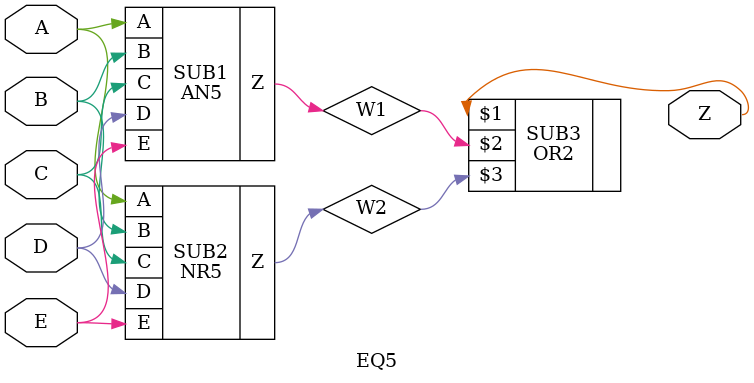
<source format=v>
`timescale 1ns/1ps

module poker(type, i0, i1, i2, i3, i4);
//DO NOT CHANGE!
	input  [5:0] i0, i1, i2, i3, i4;
	output [3:0] type;
//---------------------------------------------------

	// one pair
	wire onepout1,onepout2,onepout3,onepout4,onepout5,onepout6,onepout7,onepout8,onepout9,onepout10;
	wire isonepair;

	onepairinv onep1(onepout1,i0,i1);
	onepairinv onep2(onepout2,i0,i2);
	onepairinv onep3(onepout3,i0,i3);
	onepairinv onep4(onepout4,i0,i4);
	onepairinv onep5(onepout5,i1,i2);
	onepairinv onep6(onepout6,i1,i3);
	onepairinv onep7(onepout7,i1,i4);
	onepairinv onep8(onepout8,i2,i3);
	onepairinv onep9(onepout9,i2,i4);
	onepairinv onep10(onepout10,i3,i4);
	ND10 onepans(isonepair,onepout1,onepout2,onepout3,onepout4,onepout5,onepout6,onepout7,onepout8,onepout9,onepout10);

	// two pairs
	wire istwopairs;
	twopairs twopairsans(istwopairs,i0,i1,i2,i3,i4);

	// three of a kind
	wire threeout1,threeout2,threeout3,threeout4,threeout5,threeout6,threeout7,threeout8,threeout9,threeout10;
	wire isthree;

	threesameinv three1(threeout1,i0,i1,i2);
	threesameinv three2(threeout2,i0,i1,i3);
	threesameinv three3(threeout3,i0,i1,i4);
	threesameinv three4(threeout4,i0,i2,i3);
	threesameinv three5(threeout5,i0,i2,i4);
	threesameinv three6(threeout6,i0,i3,i4);
	threesameinv three7(threeout7,i1,i2,i3);
	threesameinv three8(threeout8,i1,i2,i4);
	threesameinv three9(threeout9,i1,i3,i4);
	threesameinv three10(threeout10,i2,i3,i4);
	ND10 threeans(isthree,threeout1,threeout2,threeout3,threeout4,threeout5,threeout6,threeout7,threeout8,threeout9,threeout10);
	
	// full house
	wire isfullhouse;
	fullhouse fullhouseans(isfullhouse,i0,i1,i2,i3,i4);

	// four of a kind
	wire fourout1,fourout2,fourout3,fourout4,fourout5;
	wire isfour;
	foursameinv four1(fourout1,i0,i1,i2,i3);
	foursameinv four2(fourout2,i0,i1,i2,i4);
	foursameinv four3(fourout3,i0,i1,i3,i4);
	foursameinv four5(fourout5,i0,i2,i3,i4);
	foursameinv four4(fourout4,i1,i2,i3,i4);
	ND5 fourans(isfour,fourout1,fourout2,fourout3,fourout4,fourout5);

	// flush
	wire isflush;
	flush flushans(isflush,i0,i1,i2,i3,i4);

	// straight
	wire isstraight;
	wire W1,W2,W3,W4,W5,W6,W7,W8,W9,W10;
	wire W11,W12,W13,W14,W15;
	wire W22,W23,W24,W25,W26;
	wire W33,W34,W35,W36,W37;
	wire W44,W45,W46,W47,W48;
	wire W55,W56,W57,W58,W59;
	wire W66,W67,W68,W69,W610;
	wire W77,W78,W79,W710,W711;
	wire W88,W89,W810,W811,W812;
	wire W99,W910,W911,W912,W913;
	wire W1010,W1011,W1012,W1013,W101;
	
	exist1 straight11(W11,i0,i1,i2,i3,i4);
	exist2 straight12(W12,i0,i1,i2,i3,i4);
	exist3 straight13(W13,i0,i1,i2,i3,i4);
	exist4 straight14(W14,i0,i1,i2,i3,i4);
	exist5 straight15(W15,i0,i1,i2,i3,i4);
	ND5 straightout1(W1,W11,W12,W13,W14,W15);

	exist2 straight22(W22,i0,i1,i2,i3,i4);
	exist3 straight23(W23,i0,i1,i2,i3,i4);
	exist4 straight24(W24,i0,i1,i2,i3,i4);
	exist5 straight25(W25,i0,i1,i2,i3,i4);
	exist6 straight26(W26,i0,i1,i2,i3,i4);
	ND5 straightout2(W2,W22,W23,W24,W25,W26);

	exist3 straight33(W33,i0,i1,i2,i3,i4);
	exist4 straight34(W34,i0,i1,i2,i3,i4);
	exist5 straight35(W35,i0,i1,i2,i3,i4);
	exist6 straight36(W36,i0,i1,i2,i3,i4);
	exist7 straight37(W37,i0,i1,i2,i3,i4);
	ND5 straightout3(W3,W33,W34,W35,W36,W37);

	exist4 straight44(W44,i0,i1,i2,i3,i4);
	exist5 straight45(W45,i0,i1,i2,i3,i4);
	exist6 straight46(W46,i0,i1,i2,i3,i4);
	exist7 straight47(W47,i0,i1,i2,i3,i4);
	exist8 straight48(W48,i0,i1,i2,i3,i4);
	ND5 straightout4(W4,W44,W45,W46,W47,W48);

	exist5 straight55(W55,i0,i1,i2,i3,i4);
	exist6 straight56(W56,i0,i1,i2,i3,i4);
	exist7 straight57(W57,i0,i1,i2,i3,i4);
	exist8 straight58(W58,i0,i1,i2,i3,i4);
	exist9 straight59(W59,i0,i1,i2,i3,i4);
	ND5 straightout5(W5,W55,W56,W57,W58,W59);

	exist6 straight66(W66,i0,i1,i2,i3,i4);
	exist7 straight67(W67,i0,i1,i2,i3,i4);
	exist8 straight68(W68,i0,i1,i2,i3,i4);
	exist9 straight69(W69,i0,i1,i2,i3,i4);
	exist10 straight610(W610,i0,i1,i2,i3,i4);
	ND5 straightout6(W6,W66,W67,W68,W69,W610);

	exist7 straight77(W77,i0,i1,i2,i3,i4);
	exist8 straight78(W78,i0,i1,i2,i3,i4);
	exist9 straight79(W79,i0,i1,i2,i3,i4);
	exist10 straight710(W710,i0,i1,i2,i3,i4);
	exist11 straight711(W711,i0,i1,i2,i3,i4);
	ND5 straightout7(W7,W77,W78,W79,W710,W711);

	exist8 straight88(W88,i0,i1,i2,i3,i4);
	exist9 straight89(W89,i0,i1,i2,i3,i4);
	exist10 straight810(W810,i0,i1,i2,i3,i4);
	exist11 straight811(W811,i0,i1,i2,i3,i4);
	exist12 straight812(W812,i0,i1,i2,i3,i4);
	ND5 straightout8(W8,W88,W89,W810,W811,W812);

	exist9 straight99(W99,i0,i1,i2,i3,i4);
	exist10 straight910(W910,i0,i1,i2,i3,i4);
	exist11 straight911(W911,i0,i1,i2,i3,i4);
	exist12 straight912(W912,i0,i1,i2,i3,i4);
	exist13 straight913(W913,i0,i1,i2,i3,i4);
	ND5 straightout9(W9,W99,W910,W911,W912,W913);

	exist10 straight1010(W1010,i0,i1,i2,i3,i4);
	exist11 straight1011(W1011,i0,i1,i2,i3,i4);
	exist12 straight1012(W1012,i0,i1,i2,i3,i4);
	exist13 straight1013(W1013,i0,i1,i2,i3,i4);
	exist1 straight101(W101,i0,i1,i2,i3,i4);
	ND5 straightout10(W10,W1010,W1011,W1012,W1013,W101);

	ND10 straightans(isstraight,W1,W2,W3,W4,W5,W6,W7,W8,W9,W10);

	//straight flush
	wire isstraightflush;
	AN2 sf(isstraightflush,isstraight,isflush);

	// output stage
	// output0
	wire onepoutiv,threeoutiv,flushoutiv,fouroutiv,out01,out02,out03;
	IV onepiv(onepoutiv,isonepair);
	OR3 subout01(out01,onepoutiv,istwopairs,isfullhouse);
	IV threeiv(threeoutiv,isthree);
	OR2 subout02(out02,threeoutiv,isfullhouse);
	IV flushiv(flushoutiv,isflush);
	OR2 subout03(out03,flushoutiv,isstraightflush);
	IV fouriv(fouroutiv,isfour);
	ND4 output0(type[0],out01,out02,out03,fouroutiv);

	//output1
	MYOR4 output1(type[1],istwopairs,isthree,isfullhouse,isfour);

	//output2
	wire straightoutiv,fullhouseoutiv,out21,out22;
	IV straightiv(straightoutiv,isstraight);
	OR2 subout21(out21,isstraightflush,straightoutiv);
	OR2 subout22(out22,isstraightflush,flushoutiv);
	IV fullhouseiv(fullhouseoutiv,isfullhouse);
	ND4 output2(type[2],out21,out22,fullhouseoutiv,fouroutiv);

	//output3
	AN2 output3(type[3],isstraight,isflush);


endmodule


// inverted one pair
module onepairinv(Z,A,B);

	input [5:0] A,B;
	output Z;
	wire W0,W1,W2,W3;

	EQ2 SUB0(W0,A[0],B[0]);
	EQ2 SUB1(W1,A[1],B[1]);
	EQ2 SUB2(W2,A[2],B[2]);
	EQ2 SUB3(W3,A[3],B[3]);
	ND4 SUB4(Z,W0,W1,W2,W3);

endmodule

// two pairs
module twopairs(Z,A,B,C,D,E);

	input [5:0] A,B,C,D,E;
	output Z;
	wire WAB,WAC,WAD,WAE,WBC,WBD,WBE,WCD,WCE,WDE;
	wire WABCD,WABCE,WABDE;
	wire WACBD,WACBE,WACDE;
	wire WADBC,WADBE,WADCE;
	wire WAEBC,WAEBD,WAECD;
	wire WBCAD,WBCAE,WBCDE;
	wire WBDAC,WBDAE,WBDCE;
	wire WBEAC,WBEAD,WBECD;
	wire WCDAB,WCDAE,WCDBE;
	wire WCEAB,WCEAD,WCEBD;
	wire WDEAB,WDEAC,WDEBC;
	wire W1,W2,W3,W4,W5,W6,W7,W8,W9,W10;

	onepairinv SUB1(WAB,A,B);
	onepairinv SUB2(WAC,A,C);
	onepairinv SUB3(WAD,A,D);
	onepairinv SUB4(WAE,A,E);
	onepairinv SUB5(WBC,B,C);
	onepairinv SUB6(WBD,B,D);
	onepairinv SUB7(WBE,B,E);
	onepairinv SUB8(WCD,C,D);
	onepairinv SUB9(WCE,C,E);
	onepairinv SUB10(WDE,D,E);

	NR2 SUBA1(WABCD,WAB,WCD);
	NR2 SUBA2(WABCE,WAB,WCE);
	NR2 SUBA3(WABDE,WAB,WDE);
	NR3 O1(W1,WABCD,WABCE,WABDE);

	NR2 SUBB1(WACBD,WAC,WBD);
	NR2 SUBB2(WACBE,WAC,WBE);
	NR2 SUBB3(WACDE,WAC,WDE);
	NR3 O2(W2,WACBD,WACBE,WACDE);

	NR2 SUBC1(WADBC,WAD,WBC);
	NR2 SUBC2(WADBE,WAD,WBE);
	NR2 SUBC3(WADCE,WAD,WCE);
	NR3 O3(W3,WADBC,WADBE,WADCE);

	NR2 SUBD1(WAEBC,WAE,WBC);
	NR2 SUBD2(WAEBD,WAE,WBD);
	NR2 SUBD3(WAECD,WAE,WCD);
	NR3 O4(W4,WAEBC,WAEBD,WAECD);

	NR2 SUBE1(WBCAD,WBC,WAD);
	NR2 SUBE2(WBCAE,WBC,WAE);
	NR2 SUBE3(WBCDE,WBC,WDE);
	NR3 O5(W5,WBCAD,WBCAE,WBCDE);

	NR2 SUBF1(WBDAC,WBD,WAC);
	NR2 SUBF2(WBDAE,WBD,WAE);
	NR2 SUBF3(WBDCE,WBD,WCE);
	NR3 O6(W6,WBDAC,WBDAE,WBDCE);

	NR2 SUBG1(WBEAC,WBE,WAC);
	NR2 SUBG2(WBEAD,WBE,WAD);
	NR2 SUBG3(WBECD,WBE,WCD);
	NR3 O7(W7,WBEAC,WBEAD,WBECD);

	NR2 SUBH1(WCDAB,WCD,WAB);
	NR2 SUBH2(WCDAE,WCD,WAE);
	NR2 SUBH3(WCDBE,WCD,WBE);
	NR3 O8(W8,WCDAB,WCDAE,WCDBE);

	NR2 SUBI1(WCEAB,WCE,WAB);
	NR2 SUBI2(WCEAD,WCE,WAD);
	NR2 SUBI3(WCEBD,WCE,WBD);
	NR3 O9(W9,WCEAB,WCEAD,WCEBD);

	NR2 SUBJ1(WDEAB,WDE,WAB);
	NR2 SUBJ2(WDEAC,WDE,WAC);
	NR2 SUBJ3(WDEBC,WDE,WBC);
	NR3 O10(W10,WDEAB,WDEAC,WDEBC);

	ND10 ANS(Z,W1,W2,W3,W4,W5,W6,W7,W8,W9,W10);

endmodule

// inverted three of a kind
module threesameinv(Z,A,B,C);

	input [5:0] A,B,C;
	output Z;
	wire W0,W1,W2,W3;
	
	EQ3 SUB0(W0,A[0],B[0],C[0]);
	EQ3 SUB1(W1,A[1],B[1],C[1]);
	EQ3 SUB2(W2,A[2],B[2],C[2]);
	EQ3 SUB3(W3,A[3],B[3],C[3]);
	ND4 SUB4(Z,W0,W1,W2,W3);

endmodule

// full house
module fullhouse(Z,A,B,C,D,E);

	input [5:0] A,B,C,D,E;
	output Z;
	wire WAB,WAC,WAD,WAE,WBC,WBD,WBE,WCD,WCE,WDE;
	wire WABC,WABD,WABE,WACD,WACE,WADE,WBCD,WBCE,WBDE,WCDE;
	wire W1,W2,W3,W4,W5,W6,W7,W8,W9,W10;
	
	onepairinv SUBA1(WAB,A,B);
	onepairinv SUBA2(WAC,A,C);
	onepairinv SUBA3(WAD,A,D);
	onepairinv SUBA4(WAE,A,E);
	onepairinv SUBA5(WBC,B,C);
	onepairinv SUBA6(WBD,B,D);
	onepairinv SUBA7(WBE,B,E);
	onepairinv SUBA8(WCD,C,D);
	onepairinv SUBA9(WCE,C,E);
	onepairinv SUBA10(WDE,D,E);

	threesameinv SUBB1(WABC,A,B,C);
	threesameinv SUBB2(WABD,A,B,D);
	threesameinv SUBB3(WABE,A,B,E);
	threesameinv SUBB4(WACD,A,C,D);
	threesameinv SUBB5(WACE,A,C,E);
	threesameinv SUBB6(WADE,A,D,E);
	threesameinv SUBB7(WBCD,B,C,D);
	threesameinv SUBB8(WBCE,B,C,E);
	threesameinv SUBB9(WBDE,B,D,E);
	threesameinv SUBB10(WCDE,C,D,E);

	OR2 O1(W1,WABC,WDE);
	OR2 O2(W2,WABD,WCE);
	OR2 O3(W3,WABE,WCD);
	OR2 O4(W4,WACD,WBE);
	OR2 O5(W5,WACE,WBD);
	OR2 O6(W6,WADE,WBC);
	OR2 O7(W7,WBCD,WAE);
	OR2 O8(W8,WBCE,WAD);
	OR2 O9(W9,WBDE,WAC);
	OR2 O10(W10,WCDE,WAB);
	
	ND10 ANS(Z,W1,W2,W3,W4,W5,W6,W7,W8,W9,W10);

endmodule

// inverted four of a kind
module foursameinv(Z,A,B,C,D);

	input [5:0] A,B,C,D;
	output Z;
	wire W0,W1,W2,W3;

	EQ4 SUB0(W0,A[0],B[0],C[0],D[0]);
	EQ4 SUB1(W1,A[1],B[1],C[1],D[1]);
	EQ4 SUB2(W2,A[2],B[2],C[2],D[2]);
	EQ4 SUB3(W3,A[3],B[3],C[3],D[3]);
	ND4 SUB4(Z,W0,W1,W2,W3);

endmodule

// flush
module flush(Z,A,B,C,D,E);

	input [5:0] A,B,C,D,E;
	output Z;
	wire W4,W5;

	EQ5 SUB4(W4,A[4],B[4],C[4],D[4],E[4]);
	EQ5 SUB5(W5,A[5],B[5],C[5],D[5],E[5]);
	AN2 ANS(Z,W4,W5);

endmodule

// number 1 to 13 exist?
module exist1(Z,A,B,C,D,E);

	input [5:0] A,B,C,D,E;
	output Z;
	wire W1,W2,W3,W4,W5;
	wire WA,WB,WC,WD,WE;
	
	NR3 SUBA1(W1,A[1],A[2],A[3]);
	ND2 SUBA2(WA,W1,A[0]);
	NR3 SUBB1(W2,B[1],B[2],B[3]);
	ND2 SUBB2(WB,W2,B[0]);
	NR3 SUBC1(W3,C[1],C[2],C[3]);
	ND2 SUBC2(WC,W3,C[0]);
	NR3 SUBD1(W4,D[1],D[2],D[3]);
	ND2 SUBD2(WD,W4,D[0]);
	NR3 SUBE1(W5,E[1],E[2],E[3]);
	ND2 SUBE2(WE,W5,E[0]);
	ND5 ANS(Z,WA,WB,WC,WD,WE);

endmodule

module exist2(Z,A,B,C,D,E);

	input [5:0] A,B,C,D,E;
	output Z;
	wire W1,W2,W3,W4,W5;
	wire WA,WB,WC,WD,WE;
	
	NR3 SUBA1(W1,A[0],A[2],A[3]);
	ND2 SUBA2(WA,W1,A[1]);
	NR3 SUBB1(W2,B[0],B[2],B[3]);
	ND2 SUBB2(WB,W2,B[1]);
	NR3 SUBC1(W3,C[0],C[2],C[3]);
	ND2 SUBC2(WC,W3,C[1]);
	NR3 SUBD1(W4,D[0],D[2],D[3]);
	ND2 SUBD2(WD,W4,D[1]);
	NR3 SUBE1(W5,E[0],E[2],E[3]);
	ND2 SUBE2(WE,W5,E[1]);
	ND5 ANS(Z,WA,WB,WC,WD,WE);

endmodule

module exist3(Z,A,B,C,D,E);

	input [5:0] A,B,C,D,E;
	output Z;
	wire W1,W2,W3,W4,W5;
	wire WA,WB,WC,WD,WE;
	
	NR2 SUBA1(W1,A[2],A[3]);
	ND3 SUBA2(WA,W1,A[0],A[1]);
	NR2 SUBB1(W2,B[2],B[3]);
	ND3 SUBB2(WB,W2,B[0],B[1]);
	NR2 SUBC1(W3,C[2],C[3]);
	ND3 SUBC2(WC,W3,C[0],C[1]);
	NR2 SUBD1(W4,D[2],D[3]);
	ND3 SUBD2(WD,W4,D[0],D[1]);
	NR2 SUBE1(W5,E[2],E[3]);
	ND3 SUBE2(WE,W5,E[0],E[1]);
	ND5 ANS(Z,WA,WB,WC,WD,WE);

endmodule

module exist4(Z,A,B,C,D,E);

	input [5:0] A,B,C,D,E;
	output Z;
	wire W1,W2,W3,W4,W5;
	wire WA,WB,WC,WD,WE;
	
	NR3 SUBA1(W1,A[1],A[0],A[3]);
	ND2 SUBA2(WA,W1,A[2]);
	NR3 SUBB1(W2,B[1],B[0],B[3]);
	ND2 SUBB2(WB,W2,B[2]);
	NR3 SUBC1(W3,C[1],C[0],C[3]);
	ND2 SUBC2(WC,W3,C[2]);
	NR3 SUBD1(W4,D[1],D[0],D[3]);
	ND2 SUBD2(WD,W4,D[2]);
	NR3 SUBE1(W5,E[1],E[0],E[3]);
	ND2 SUBE2(WE,W5,E[2]);
	ND5 ANS(Z,WA,WB,WC,WD,WE);

endmodule

module exist5(Z,A,B,C,D,E);

	input [5:0] A,B,C,D,E;
	output Z;
	wire W1,W2,W3,W4,W5;
	wire WA,WB,WC,WD,WE;
	
	NR2 SUBA1(W1,A[1],A[3]);
	ND3 SUBA2(WA,W1,A[0],A[2]);
	NR2 SUBB1(W2,B[1],B[3]);
	ND3 SUBB2(WB,W2,B[0],B[2]);
	NR2 SUBC1(W3,C[1],C[3]);
	ND3 SUBC2(WC,W3,C[0],C[2]);
	NR2 SUBD1(W4,D[1],D[3]);
	ND3 SUBD2(WD,W4,D[0],D[2]);
	NR2 SUBE1(W5,E[1],E[3]);
	ND3 SUBE2(WE,W5,E[0],E[2]);
	ND5 ANS(Z,WA,WB,WC,WD,WE);

endmodule

module exist6(Z,A,B,C,D,E);

	input [5:0] A,B,C,D,E;
	output Z;
	wire W1,W2,W3,W4,W5;
	wire WA,WB,WC,WD,WE;
	
	NR2 SUBA1(W1,A[0],A[3]);
	ND3 SUBA2(WA,W1,A[2],A[1]);
	NR2 SUBB1(W2,B[0],B[3]);
	ND3 SUBB2(WB,W2,B[2],B[1]);
	NR2 SUBC1(W3,C[0],C[3]);
	ND3 SUBC2(WC,W3,C[2],C[1]);
	NR2 SUBD1(W4,D[0],D[3]);
	ND3 SUBD2(WD,W4,D[2],D[1]);
	NR2 SUBE1(W5,E[0],E[3]);
	ND3 SUBE2(WE,W5,E[2],E[1]);
	ND5 ANS(Z,WA,WB,WC,WD,WE);

endmodule

module exist7(Z,A,B,C,D,E);

	input [5:0] A,B,C,D,E;
	output Z;
	wire W1,W2,W3,W4,W5;
	wire WA,WB,WC,WD,WE;
	
	IV  SUBA1(W1,A[3]);
	ND4 SUBA2(WA,W1,A[0],A[1],A[2]);
	IV  SUBB1(W2,B[3]);
	ND4 SUBB2(WB,W2,B[0],B[1],B[2]);
	IV  SUBC1(W3,C[3]);
	ND4 SUBC2(WC,W3,C[0],C[1],C[2]);
	IV  SUBD1(W4,D[3]);
	ND4 SUBD2(WD,W4,D[0],D[1],D[2]);
	IV  SUBE1(W5,E[3]);
	ND4 SUBE2(WE,W5,E[0],E[1],E[2]);
	ND5 ANS(Z,WA,WB,WC,WD,WE);

endmodule

module exist8(Z,A,B,C,D,E);

	input [5:0] A,B,C,D,E;
	output Z;
	wire W1,W2,W3,W4,W5;
	wire WA,WB,WC,WD,WE;
	
	NR3 SUBA1(W1,A[1],A[2],A[0]);
	ND2 SUBA2(WA,W1,A[3]);
	NR3 SUBB1(W2,B[1],B[2],B[0]);
	ND2 SUBB2(WB,W2,B[3]);
	NR3 SUBC1(W3,C[1],C[2],C[0]);
	ND2 SUBC2(WC,W3,C[3]);
	NR3 SUBD1(W4,D[1],D[2],D[0]);
	ND2 SUBD2(WD,W4,D[3]);
	NR3 SUBE1(W5,E[1],E[2],E[0]);
	ND2 SUBE2(WE,W5,E[3]);
	ND5 ANS(Z,WA,WB,WC,WD,WE);

endmodule

module exist9(Z,A,B,C,D,E);

	input [5:0] A,B,C,D,E;
	output Z;
	wire W1,W2,W3,W4,W5;
	wire WA,WB,WC,WD,WE;
	
	NR2 SUBA1(W1,A[2],A[1]);
	ND3 SUBA2(WA,W1,A[0],A[3]);
	NR2 SUBB1(W2,B[2],B[1]);
	ND3 SUBB2(WB,W2,B[0],B[3]);
	NR2 SUBC1(W3,C[2],C[1]);
	ND3 SUBC2(WC,W3,C[0],C[3]);
	NR2 SUBD1(W4,D[2],D[1]);
	ND3 SUBD2(WD,W4,D[0],D[3]);
	NR2 SUBE1(W5,E[2],E[1]);
	ND3 SUBE2(WE,W5,E[0],E[3]);
	ND5 ANS(Z,WA,WB,WC,WD,WE);

endmodule

module exist10(Z,A,B,C,D,E);

	input [5:0] A,B,C,D,E;
	output Z;
	wire W1,W2,W3,W4,W5;
	wire WA,WB,WC,WD,WE;
	
	NR2 SUBA1(W1,A[2],A[0]);
	ND3 SUBA2(WA,W1,A[1],A[3]);
	NR2 SUBB1(W2,B[2],B[0]);
	ND3 SUBB2(WB,W2,B[1],B[3]);
	NR2 SUBC1(W3,C[2],C[0]);
	ND3 SUBC2(WC,W3,C[1],C[3]);
	NR2 SUBD1(W4,D[2],D[0]);
	ND3 SUBD2(WD,W4,D[1],D[3]);
	NR2 SUBE1(W5,E[2],E[0]);
	ND3 SUBE2(WE,W5,E[1],E[3]);
	ND5 ANS(Z,WA,WB,WC,WD,WE);

endmodule

module exist11(Z,A,B,C,D,E);

	input [5:0] A,B,C,D,E;
	output Z;
	wire W1,W2,W3,W4,W5;
	wire WA,WB,WC,WD,WE;
	
	IV  SUBA1(W1,A[2]);
	ND4 SUBA2(WA,W1,A[0],A[1],A[3]);
	IV  SUBB1(W2,B[2]);
	ND4 SUBB2(WB,W2,B[0],B[1],B[3]);
	IV  SUBC1(W3,C[2]);
	ND4 SUBC2(WC,W3,C[0],C[1],C[3]);
	IV  SUBD1(W4,D[2]);
	ND4 SUBD2(WD,W4,D[0],D[1],D[3]);
	IV  SUBE1(W5,E[2]);
	ND4 SUBE2(WE,W5,E[0],E[1],E[3]);
	ND5 ANS(Z,WA,WB,WC,WD,WE);

endmodule

module exist12(Z,A,B,C,D,E);

	input [5:0] A,B,C,D,E;
	output Z;
	wire W1,W2,W3,W4,W5;
	wire WA,WB,WC,WD,WE;
	
	NR2 SUBA1(W1,A[0],A[1]);
	ND3 SUBA2(WA,W1,A[2],A[3]);
	NR2 SUBB1(W2,B[0],B[1]);
	ND3 SUBB2(WB,W2,B[2],B[3]);
	NR2 SUBC1(W3,C[0],C[1]);
	ND3 SUBC2(WC,W3,C[2],C[3]);
	NR2 SUBD1(W4,D[0],D[1]);
	ND3 SUBD2(WD,W4,D[2],D[3]);
	NR2 SUBE1(W5,E[0],E[1]);
	ND3 SUBE2(WE,W5,E[2],E[3]);
	ND5 ANS(Z,WA,WB,WC,WD,WE);

endmodule

module exist13(Z,A,B,C,D,E);

	input [5:0] A,B,C,D,E;
	output Z;
	wire W1,W2,W3,W4,W5;
	wire WA,WB,WC,WD,WE;
	
	IV  SUBA1(W1,A[1]);
	ND4 SUBA2(WA,W1,A[0],A[3],A[2]);
	IV  SUBB1(W2,B[1]);
	ND4 SUBB2(WB,W2,B[0],B[3],B[2]);
	IV  SUBC1(W3,C[1]);
	ND4 SUBC2(WC,W3,C[0],C[3],C[2]);
	IV  SUBD1(W4,D[1]);
	ND4 SUBD2(WD,W4,D[0],D[3],D[2]);
	IV  SUBE1(W5,E[1]);
	ND4 SUBE2(WE,W5,E[0],E[3],E[2]);
	ND5 ANS(Z,WA,WB,WC,WD,WE);

endmodule


// gates needed
module AN5(Z,A,B,C,D,E);

	input A,B,C,D,E;
	output Z;
	wire W1,W2;

	AN2 SUB1(W1,A,B);
	AN3 SUB2(W2,C,D,E);
	AN2 SUB3(Z,W1,W2);

endmodule

module MYOR4(Z,A,B,C,D);

	input A,B,C,D;
	output Z;
	wire W1;

	NR4 SUB1(W1,A,B,C,D);
	IV  SUB2(Z,W1);

endmodule

module OR10(Z,A,B,C,D,E,F,G,H,I,J);

	input A,B,C,D,E,F,G,H,I,J;
	output Z;
	wire W1,W2,W3;
	
	OR3 SUB1(W1,A,B,C);
	OR3 SUB2(W2,D,E,F);
	OR3 SUB3(W3,G,H,I);
	MYOR4 SUB4(Z,W1,W2,W3,J);

endmodule

module ND5(Z,A,B,C,D,E);

	input A,B,C,D,E;
	output Z;
	wire W1,W2;

	AN2 SUB1(W1,A,B);
	AN3 SUB2(W2,C,D,E);
	ND2 SUB3(Z,W1,W2);

endmodule

module ND10(Z,A,B,C,D,E,F,G,H,I,J);

	input A,B,C,D,E,F,G,H,I,J;
	output Z;
	wire W1,W2,W3;

	AN3 SUB1(W1,B,C,D);
	AN3 SUB2(W2,E,F,G);
	AN3 SUB3(W3,H,I,J);
	ND4 SUB4(Z,A,W1,W2,W3);

endmodule

module NR5(Z,A,B,C,D,E);

	input A,B,C,D,E;
	output Z;
	wire W1,W2;

	NR4 SUB1(W1,A,B,C,D);
	NR2 SUB2(W2,A,E);
	AN2 SUB3(Z,W1,W2);

endmodule

//equivalance gate
module EQ2(Z,A,B);

	input A,B;
	output Z;
	wire W1;

	EO SUB1(W1,A,B);
	IV SUB2(Z,W1);

endmodule

module EQ3(Z,A,B,C);

	input A,B,C;
	output Z;
	wire W1,W2;

	AN3 SUB1(W1,A,B,C);
	NR3 SUB2(W2,A,B,C);
	OR2 SUB3(Z,W1,W2);

endmodule

module EQ4(Z,A,B,C,D);

	input A,B,C,D;
	output Z;
	wire W1,W2;

	AN4 SUB1(W1,A,B,C,D);
	NR4 SUB2(W2,A,B,C,D);
	OR2 SUB3(Z,W1,W2);

endmodule

module EQ5(Z,A,B,C,D,E);

	input A,B,C,D,E;
	output Z;
	wire W1,W2;

	AN5 SUB1(W1,A,B,C,D,E);
	NR5 SUB2(W2,A,B,C,D,E);
	OR2 SUB3(Z,W1,W2);

endmodule

</source>
